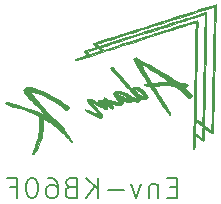
<source format=gbo>
G04 #@! TF.GenerationSoftware,KiCad,Pcbnew,(5.1.9)-1*
G04 #@! TF.CreationDate,2021-05-31T01:11:18+01:00*
G04 #@! TF.ProjectId,Env-KB60F,456e762d-4b42-4363-9046-2e6b69636164,rev?*
G04 #@! TF.SameCoordinates,Original*
G04 #@! TF.FileFunction,Legend,Bot*
G04 #@! TF.FilePolarity,Positive*
%FSLAX46Y46*%
G04 Gerber Fmt 4.6, Leading zero omitted, Abs format (unit mm)*
G04 Created by KiCad (PCBNEW (5.1.9)-1) date 2021-05-31 01:11:18*
%MOMM*%
%LPD*%
G01*
G04 APERTURE LIST*
%ADD10C,0.150000*%
%ADD11C,0.010000*%
%ADD12C,2.302000*%
G04 APERTURE END LIST*
D10*
X92983333Y-56375000D02*
X92400000Y-56375000D01*
X92150000Y-57291666D02*
X92983333Y-57291666D01*
X92983333Y-55541666D01*
X92150000Y-55541666D01*
X91400000Y-56125000D02*
X91400000Y-57291666D01*
X91400000Y-56291666D02*
X91316666Y-56208333D01*
X91150000Y-56125000D01*
X90900000Y-56125000D01*
X90733333Y-56208333D01*
X90650000Y-56375000D01*
X90650000Y-57291666D01*
X89983333Y-56125000D02*
X89566666Y-57291666D01*
X89150000Y-56125000D01*
X88483333Y-56625000D02*
X87150000Y-56625000D01*
X86316666Y-57291666D02*
X86316666Y-55541666D01*
X85316666Y-57291666D02*
X86066666Y-56291666D01*
X85316666Y-55541666D02*
X86316666Y-56541666D01*
X83983333Y-56375000D02*
X83733333Y-56458333D01*
X83650000Y-56541666D01*
X83566666Y-56708333D01*
X83566666Y-56958333D01*
X83650000Y-57125000D01*
X83733333Y-57208333D01*
X83900000Y-57291666D01*
X84566666Y-57291666D01*
X84566666Y-55541666D01*
X83983333Y-55541666D01*
X83816666Y-55625000D01*
X83733333Y-55708333D01*
X83650000Y-55875000D01*
X83650000Y-56041666D01*
X83733333Y-56208333D01*
X83816666Y-56291666D01*
X83983333Y-56375000D01*
X84566666Y-56375000D01*
X82066666Y-55541666D02*
X82400000Y-55541666D01*
X82566666Y-55625000D01*
X82650000Y-55708333D01*
X82816666Y-55958333D01*
X82900000Y-56291666D01*
X82900000Y-56958333D01*
X82816666Y-57125000D01*
X82733333Y-57208333D01*
X82566666Y-57291666D01*
X82233333Y-57291666D01*
X82066666Y-57208333D01*
X81983333Y-57125000D01*
X81900000Y-56958333D01*
X81900000Y-56541666D01*
X81983333Y-56375000D01*
X82066666Y-56291666D01*
X82233333Y-56208333D01*
X82566666Y-56208333D01*
X82733333Y-56291666D01*
X82816666Y-56375000D01*
X82900000Y-56541666D01*
X80816666Y-55541666D02*
X80650000Y-55541666D01*
X80483333Y-55625000D01*
X80400000Y-55708333D01*
X80316666Y-55875000D01*
X80233333Y-56208333D01*
X80233333Y-56625000D01*
X80316666Y-56958333D01*
X80400000Y-57125000D01*
X80483333Y-57208333D01*
X80650000Y-57291666D01*
X80816666Y-57291666D01*
X80983333Y-57208333D01*
X81066666Y-57125000D01*
X81150000Y-56958333D01*
X81233333Y-56625000D01*
X81233333Y-56208333D01*
X81150000Y-55875000D01*
X81066666Y-55708333D01*
X80983333Y-55625000D01*
X80816666Y-55541666D01*
X78900000Y-56375000D02*
X79483333Y-56375000D01*
X79483333Y-57291666D02*
X79483333Y-55541666D01*
X78650000Y-55541666D01*
D11*
G36*
X80224104Y-47878030D02*
G01*
X80154587Y-47916519D01*
X80109655Y-47952458D01*
X80036259Y-48028128D01*
X79995683Y-48096987D01*
X79992857Y-48112959D01*
X80011344Y-48212971D01*
X80069259Y-48334090D01*
X80170280Y-48481204D01*
X80318088Y-48659201D01*
X80516362Y-48872970D01*
X80720376Y-49079565D01*
X80932594Y-49293267D01*
X81129493Y-49497605D01*
X81305465Y-49686248D01*
X81454904Y-49852866D01*
X81572200Y-49991128D01*
X81651747Y-50094702D01*
X81687937Y-50157258D01*
X81687641Y-50171598D01*
X81647186Y-50168588D01*
X81558817Y-50142883D01*
X81441473Y-50100012D01*
X81438710Y-50098918D01*
X81256777Y-50028462D01*
X81033198Y-49944532D01*
X80780923Y-49851739D01*
X80512904Y-49754692D01*
X80242091Y-49657999D01*
X79981437Y-49566270D01*
X79743891Y-49484115D01*
X79542405Y-49416143D01*
X79389931Y-49366962D01*
X79339714Y-49351889D01*
X79177157Y-49305107D01*
X78988973Y-49250953D01*
X78836920Y-49207199D01*
X78688153Y-49168192D01*
X78592474Y-49153794D01*
X78535292Y-49162403D01*
X78519420Y-49172352D01*
X78471924Y-49238631D01*
X78493976Y-49294565D01*
X78582627Y-49333075D01*
X78586785Y-49333995D01*
X78678067Y-49359826D01*
X78809836Y-49404417D01*
X78955548Y-49458722D01*
X78973970Y-49465960D01*
X79152907Y-49529206D01*
X79354075Y-49589136D01*
X79518256Y-49629264D01*
X79745008Y-49686664D01*
X80013363Y-49771366D01*
X80301576Y-49875261D01*
X80587903Y-49990244D01*
X80850598Y-50108206D01*
X80988695Y-50177499D01*
X81313247Y-50349021D01*
X81303763Y-51074439D01*
X81296149Y-51410778D01*
X81280788Y-51692329D01*
X81254405Y-51936738D01*
X81213723Y-52161652D01*
X81155467Y-52384716D01*
X81076361Y-52623576D01*
X80973128Y-52895879D01*
X80959008Y-52931529D01*
X80887703Y-53113526D01*
X80826066Y-53275731D01*
X80779237Y-53404245D01*
X80752354Y-53485169D01*
X80748263Y-53501522D01*
X80753152Y-53568037D01*
X80794144Y-53578937D01*
X80862931Y-53536003D01*
X80934472Y-53461610D01*
X81028162Y-53327614D01*
X81133145Y-53141180D01*
X81240920Y-52919694D01*
X81342990Y-52680539D01*
X81425278Y-52457702D01*
X81535053Y-52097981D01*
X81607615Y-51767640D01*
X81647986Y-51437041D01*
X81661186Y-51076548D01*
X81661214Y-51065072D01*
X81662289Y-50869764D01*
X81665819Y-50735673D01*
X81673386Y-50651447D01*
X81686573Y-50605738D01*
X81706963Y-50587194D01*
X81728260Y-50584286D01*
X81780983Y-50602899D01*
X81882152Y-50654173D01*
X82019338Y-50731264D01*
X82180111Y-50827324D01*
X82263474Y-50879080D01*
X82411515Y-50973569D01*
X82538018Y-51058959D01*
X82653280Y-51144099D01*
X82767598Y-51237840D01*
X82891270Y-51349032D01*
X83034590Y-51486524D01*
X83207857Y-51659165D01*
X83411685Y-51865942D01*
X83642093Y-52098490D01*
X83825780Y-52278764D01*
X83964679Y-52408342D01*
X84060721Y-52488797D01*
X84115838Y-52521707D01*
X84131960Y-52508646D01*
X84111021Y-52451191D01*
X84097907Y-52425731D01*
X84060737Y-52367610D01*
X83989116Y-52264785D01*
X83892414Y-52130400D01*
X83780000Y-51977602D01*
X83745926Y-51931893D01*
X83601946Y-51732686D01*
X83507191Y-51585933D01*
X83461326Y-51491081D01*
X83457801Y-51456219D01*
X83467074Y-51393952D01*
X83447504Y-51332383D01*
X83390983Y-51260945D01*
X83289403Y-51169070D01*
X83155739Y-51062485D01*
X83055175Y-50977616D01*
X82914103Y-50848876D01*
X82741606Y-50685381D01*
X82546765Y-50496246D01*
X82338662Y-50290586D01*
X82126380Y-50077516D01*
X81918998Y-49866151D01*
X81725601Y-49665607D01*
X81555269Y-49484998D01*
X81417084Y-49333441D01*
X81320477Y-49220483D01*
X81219972Y-49097016D01*
X81098485Y-48949970D01*
X80982145Y-48810970D01*
X80981065Y-48809691D01*
X80878778Y-48681346D01*
X80786273Y-48552768D01*
X80721832Y-48449532D01*
X80716891Y-48440135D01*
X80673964Y-48350635D01*
X80664708Y-48304304D01*
X80687945Y-48280655D01*
X80707254Y-48272503D01*
X80769206Y-48273275D01*
X80882509Y-48296778D01*
X81030953Y-48339245D01*
X81116571Y-48367546D01*
X81437931Y-48494688D01*
X81795241Y-48664443D01*
X82173065Y-48868176D01*
X82555971Y-49097252D01*
X82928522Y-49343037D01*
X83167857Y-49515151D01*
X83341139Y-49643141D01*
X83467996Y-49731420D01*
X83559326Y-49784783D01*
X83626025Y-49808028D01*
X83678990Y-49805949D01*
X83729117Y-49783343D01*
X83748892Y-49770890D01*
X83817278Y-49721200D01*
X83857750Y-49674269D01*
X83865636Y-49624505D01*
X83836267Y-49566318D01*
X83764972Y-49494117D01*
X83647081Y-49402310D01*
X83477921Y-49285307D01*
X83252824Y-49137515D01*
X83180975Y-49091042D01*
X82781990Y-48845266D01*
X82376605Y-48617716D01*
X81974286Y-48412571D01*
X81584498Y-48234008D01*
X81216706Y-48086205D01*
X80880375Y-47973341D01*
X80584969Y-47899593D01*
X80427155Y-47875413D01*
X80304935Y-47866760D01*
X80224104Y-47878030D01*
G37*
X80224104Y-47878030D02*
X80154587Y-47916519D01*
X80109655Y-47952458D01*
X80036259Y-48028128D01*
X79995683Y-48096987D01*
X79992857Y-48112959D01*
X80011344Y-48212971D01*
X80069259Y-48334090D01*
X80170280Y-48481204D01*
X80318088Y-48659201D01*
X80516362Y-48872970D01*
X80720376Y-49079565D01*
X80932594Y-49293267D01*
X81129493Y-49497605D01*
X81305465Y-49686248D01*
X81454904Y-49852866D01*
X81572200Y-49991128D01*
X81651747Y-50094702D01*
X81687937Y-50157258D01*
X81687641Y-50171598D01*
X81647186Y-50168588D01*
X81558817Y-50142883D01*
X81441473Y-50100012D01*
X81438710Y-50098918D01*
X81256777Y-50028462D01*
X81033198Y-49944532D01*
X80780923Y-49851739D01*
X80512904Y-49754692D01*
X80242091Y-49657999D01*
X79981437Y-49566270D01*
X79743891Y-49484115D01*
X79542405Y-49416143D01*
X79389931Y-49366962D01*
X79339714Y-49351889D01*
X79177157Y-49305107D01*
X78988973Y-49250953D01*
X78836920Y-49207199D01*
X78688153Y-49168192D01*
X78592474Y-49153794D01*
X78535292Y-49162403D01*
X78519420Y-49172352D01*
X78471924Y-49238631D01*
X78493976Y-49294565D01*
X78582627Y-49333075D01*
X78586785Y-49333995D01*
X78678067Y-49359826D01*
X78809836Y-49404417D01*
X78955548Y-49458722D01*
X78973970Y-49465960D01*
X79152907Y-49529206D01*
X79354075Y-49589136D01*
X79518256Y-49629264D01*
X79745008Y-49686664D01*
X80013363Y-49771366D01*
X80301576Y-49875261D01*
X80587903Y-49990244D01*
X80850598Y-50108206D01*
X80988695Y-50177499D01*
X81313247Y-50349021D01*
X81303763Y-51074439D01*
X81296149Y-51410778D01*
X81280788Y-51692329D01*
X81254405Y-51936738D01*
X81213723Y-52161652D01*
X81155467Y-52384716D01*
X81076361Y-52623576D01*
X80973128Y-52895879D01*
X80959008Y-52931529D01*
X80887703Y-53113526D01*
X80826066Y-53275731D01*
X80779237Y-53404245D01*
X80752354Y-53485169D01*
X80748263Y-53501522D01*
X80753152Y-53568037D01*
X80794144Y-53578937D01*
X80862931Y-53536003D01*
X80934472Y-53461610D01*
X81028162Y-53327614D01*
X81133145Y-53141180D01*
X81240920Y-52919694D01*
X81342990Y-52680539D01*
X81425278Y-52457702D01*
X81535053Y-52097981D01*
X81607615Y-51767640D01*
X81647986Y-51437041D01*
X81661186Y-51076548D01*
X81661214Y-51065072D01*
X81662289Y-50869764D01*
X81665819Y-50735673D01*
X81673386Y-50651447D01*
X81686573Y-50605738D01*
X81706963Y-50587194D01*
X81728260Y-50584286D01*
X81780983Y-50602899D01*
X81882152Y-50654173D01*
X82019338Y-50731264D01*
X82180111Y-50827324D01*
X82263474Y-50879080D01*
X82411515Y-50973569D01*
X82538018Y-51058959D01*
X82653280Y-51144099D01*
X82767598Y-51237840D01*
X82891270Y-51349032D01*
X83034590Y-51486524D01*
X83207857Y-51659165D01*
X83411685Y-51865942D01*
X83642093Y-52098490D01*
X83825780Y-52278764D01*
X83964679Y-52408342D01*
X84060721Y-52488797D01*
X84115838Y-52521707D01*
X84131960Y-52508646D01*
X84111021Y-52451191D01*
X84097907Y-52425731D01*
X84060737Y-52367610D01*
X83989116Y-52264785D01*
X83892414Y-52130400D01*
X83780000Y-51977602D01*
X83745926Y-51931893D01*
X83601946Y-51732686D01*
X83507191Y-51585933D01*
X83461326Y-51491081D01*
X83457801Y-51456219D01*
X83467074Y-51393952D01*
X83447504Y-51332383D01*
X83390983Y-51260945D01*
X83289403Y-51169070D01*
X83155739Y-51062485D01*
X83055175Y-50977616D01*
X82914103Y-50848876D01*
X82741606Y-50685381D01*
X82546765Y-50496246D01*
X82338662Y-50290586D01*
X82126380Y-50077516D01*
X81918998Y-49866151D01*
X81725601Y-49665607D01*
X81555269Y-49484998D01*
X81417084Y-49333441D01*
X81320477Y-49220483D01*
X81219972Y-49097016D01*
X81098485Y-48949970D01*
X80982145Y-48810970D01*
X80981065Y-48809691D01*
X80878778Y-48681346D01*
X80786273Y-48552768D01*
X80721832Y-48449532D01*
X80716891Y-48440135D01*
X80673964Y-48350635D01*
X80664708Y-48304304D01*
X80687945Y-48280655D01*
X80707254Y-48272503D01*
X80769206Y-48273275D01*
X80882509Y-48296778D01*
X81030953Y-48339245D01*
X81116571Y-48367546D01*
X81437931Y-48494688D01*
X81795241Y-48664443D01*
X82173065Y-48868176D01*
X82555971Y-49097252D01*
X82928522Y-49343037D01*
X83167857Y-49515151D01*
X83341139Y-49643141D01*
X83467996Y-49731420D01*
X83559326Y-49784783D01*
X83626025Y-49808028D01*
X83678990Y-49805949D01*
X83729117Y-49783343D01*
X83748892Y-49770890D01*
X83817278Y-49721200D01*
X83857750Y-49674269D01*
X83865636Y-49624505D01*
X83836267Y-49566318D01*
X83764972Y-49494117D01*
X83647081Y-49402310D01*
X83477921Y-49285307D01*
X83252824Y-49137515D01*
X83180975Y-49091042D01*
X82781990Y-48845266D01*
X82376605Y-48617716D01*
X81974286Y-48412571D01*
X81584498Y-48234008D01*
X81216706Y-48086205D01*
X80880375Y-47973341D01*
X80584969Y-47899593D01*
X80427155Y-47875413D01*
X80304935Y-47866760D01*
X80224104Y-47878030D01*
G36*
X96268190Y-40886419D02*
G01*
X96239444Y-40891343D01*
X96195286Y-40901617D01*
X96132506Y-40918240D01*
X96047896Y-40942213D01*
X95938248Y-40974534D01*
X95800352Y-41016205D01*
X95631000Y-41068224D01*
X95426984Y-41131592D01*
X95185095Y-41207308D01*
X94902123Y-41296373D01*
X94574861Y-41399785D01*
X94200100Y-41518545D01*
X93774632Y-41653652D01*
X93295246Y-41806107D01*
X92758736Y-41976909D01*
X92161892Y-42167058D01*
X91501506Y-42377554D01*
X90969285Y-42547243D01*
X90518823Y-42690826D01*
X90055483Y-42838417D01*
X89589221Y-42986852D01*
X89129993Y-43132965D01*
X88687754Y-43273590D01*
X88272458Y-43405562D01*
X87894062Y-43525715D01*
X87562520Y-43630886D01*
X87287788Y-43717907D01*
X87231857Y-43735599D01*
X86940485Y-43828329D01*
X86669999Y-43915550D01*
X86428454Y-43994579D01*
X86223910Y-44062730D01*
X86064423Y-44117319D01*
X85958051Y-44155661D01*
X85912851Y-44175071D01*
X85912788Y-44175119D01*
X85895277Y-44206999D01*
X85921282Y-44253818D01*
X85998274Y-44327628D01*
X86017623Y-44344283D01*
X86171526Y-44475520D01*
X85685691Y-44629366D01*
X85506524Y-44686123D01*
X85350405Y-44735620D01*
X85231281Y-44773433D01*
X85163094Y-44795137D01*
X85154500Y-44797896D01*
X85110950Y-44836604D01*
X85129206Y-44898352D01*
X85205490Y-44975105D01*
X85254285Y-45010122D01*
X85339242Y-45071438D01*
X85391464Y-45118945D01*
X85399371Y-45132872D01*
X85366583Y-45152307D01*
X85276240Y-45188226D01*
X85140313Y-45236306D01*
X84970769Y-45292220D01*
X84873614Y-45322857D01*
X84662880Y-45390060D01*
X84513598Y-45442367D01*
X84417084Y-45483523D01*
X84364653Y-45517270D01*
X84347622Y-45547353D01*
X84347529Y-45549643D01*
X84371588Y-45603331D01*
X84399289Y-45613143D01*
X84444874Y-45602466D01*
X84551417Y-45572090D01*
X84710774Y-45524502D01*
X84914807Y-45462185D01*
X85155372Y-45387627D01*
X85424330Y-45303311D01*
X85696503Y-45217143D01*
X86663093Y-44909710D01*
X87099090Y-44771033D01*
X86550098Y-44771033D01*
X86526734Y-44793094D01*
X86507434Y-44801134D01*
X86407280Y-44837115D01*
X86271073Y-44882649D01*
X86116070Y-44932386D01*
X85959530Y-44980977D01*
X85818713Y-45023069D01*
X85710876Y-45053315D01*
X85653280Y-45066362D01*
X85651406Y-45066501D01*
X85587522Y-45047615D01*
X85499672Y-44997816D01*
X85477160Y-44981951D01*
X85359365Y-44895044D01*
X85844771Y-44732782D01*
X86330177Y-44570521D01*
X86454445Y-44672098D01*
X86528093Y-44735793D01*
X86550098Y-44771033D01*
X87099090Y-44771033D01*
X87562440Y-44623656D01*
X88396463Y-44358369D01*
X89167078Y-44113239D01*
X89876204Y-43887657D01*
X90525757Y-43681011D01*
X91117657Y-43492691D01*
X91653820Y-43322088D01*
X92136163Y-43168590D01*
X92566605Y-43031587D01*
X92947064Y-42910470D01*
X93279456Y-42804626D01*
X93565700Y-42713447D01*
X93807712Y-42636321D01*
X94007411Y-42572639D01*
X94166715Y-42521790D01*
X94287541Y-42483164D01*
X94371806Y-42456149D01*
X94421428Y-42440137D01*
X94431266Y-42436920D01*
X94591247Y-42384190D01*
X94566537Y-43608595D01*
X94553553Y-44247465D01*
X94539949Y-44908529D01*
X94525893Y-45583961D01*
X94511555Y-46265940D01*
X94497105Y-46946640D01*
X94482711Y-47618239D01*
X94468543Y-48272912D01*
X94454771Y-48902836D01*
X94441564Y-49500187D01*
X94429091Y-50057141D01*
X94417521Y-50565874D01*
X94407025Y-51018564D01*
X94397772Y-51407385D01*
X94396832Y-51446137D01*
X94389197Y-51781184D01*
X94383049Y-52094154D01*
X94378464Y-52377528D01*
X94375518Y-52623784D01*
X94374287Y-52825404D01*
X94374848Y-52974868D01*
X94377277Y-53064656D01*
X94380183Y-53088066D01*
X94432929Y-53122099D01*
X94450722Y-53124286D01*
X94470532Y-53107020D01*
X94486789Y-53049844D01*
X94500531Y-52944687D01*
X94512797Y-52783481D01*
X94524625Y-52558156D01*
X94525190Y-52545801D01*
X94551506Y-51967316D01*
X94861429Y-52201087D01*
X94993230Y-52297220D01*
X95107014Y-52374171D01*
X95188581Y-52422690D01*
X95220247Y-52434857D01*
X95256766Y-52399977D01*
X95273342Y-52295388D01*
X95273916Y-52280643D01*
X95277897Y-52180224D01*
X95284907Y-52029940D01*
X95293856Y-51852383D01*
X95301131Y-51715934D01*
X95323571Y-51305439D01*
X95666056Y-51562134D01*
X95801523Y-51659923D01*
X95916265Y-51735733D01*
X95998068Y-51781970D01*
X96034575Y-51791201D01*
X96038689Y-51778249D01*
X96042869Y-51746099D01*
X96047192Y-51691736D01*
X96051737Y-51612145D01*
X96056581Y-51504312D01*
X96061801Y-51365222D01*
X96067475Y-51191860D01*
X96073680Y-50981212D01*
X96080494Y-50730262D01*
X96087994Y-50435996D01*
X96096258Y-50095400D01*
X96105364Y-49705457D01*
X96115388Y-49263155D01*
X96126408Y-48765477D01*
X96138502Y-48209409D01*
X96151748Y-47591937D01*
X96166222Y-46910046D01*
X96182003Y-46160720D01*
X96193856Y-45595000D01*
X96203752Y-45131864D01*
X96214135Y-44664117D01*
X96224780Y-44200926D01*
X96235459Y-43751460D01*
X96245945Y-43324889D01*
X96256011Y-42930379D01*
X96265430Y-42577101D01*
X96273975Y-42274222D01*
X96281419Y-42030911D01*
X96284142Y-41949276D01*
X96292388Y-41682318D01*
X96297424Y-41466327D01*
X96135041Y-41466327D01*
X96132369Y-41705705D01*
X96126094Y-42011845D01*
X96124789Y-42066215D01*
X96120264Y-42255868D01*
X96114345Y-42510568D01*
X96107199Y-42822804D01*
X96098995Y-43185068D01*
X96089899Y-43589850D01*
X96080081Y-44029642D01*
X96069708Y-44496934D01*
X96058948Y-44984218D01*
X96047969Y-45483985D01*
X96036938Y-45988725D01*
X96030898Y-46266286D01*
X96019888Y-46772165D01*
X96008834Y-47278373D01*
X95997905Y-47777261D01*
X95987272Y-48261183D01*
X95977102Y-48722492D01*
X95967564Y-49153539D01*
X95958829Y-49546679D01*
X95951064Y-49894263D01*
X95944439Y-50188644D01*
X95939123Y-50422175D01*
X95936892Y-50518752D01*
X95912657Y-51559932D01*
X95618114Y-51338148D01*
X95494261Y-51244983D01*
X95411667Y-51183000D01*
X95168570Y-51183000D01*
X95146472Y-51527715D01*
X95136506Y-51699481D01*
X95128829Y-51862753D01*
X95124628Y-51990939D01*
X95124187Y-52026643D01*
X95119727Y-52120866D01*
X95108733Y-52175419D01*
X95103281Y-52180857D01*
X95067345Y-52160124D01*
X94988032Y-52104481D01*
X94879101Y-52023764D01*
X94812995Y-51973357D01*
X94543428Y-51765857D01*
X94546607Y-51438143D01*
X94550865Y-51265534D01*
X94559359Y-51097399D01*
X94570470Y-50963613D01*
X94573821Y-50936432D01*
X94597857Y-50762435D01*
X94883213Y-50972717D01*
X95168570Y-51183000D01*
X95411667Y-51183000D01*
X95394345Y-51170001D01*
X95330999Y-51122670D01*
X95315205Y-51111078D01*
X95314487Y-51074453D01*
X95315391Y-50969074D01*
X95317837Y-50798741D01*
X95321746Y-50567252D01*
X95327040Y-50278406D01*
X95333638Y-49936000D01*
X95341461Y-49543834D01*
X95350431Y-49105705D01*
X95360468Y-48625413D01*
X95371492Y-48106756D01*
X95383425Y-47553533D01*
X95396187Y-46969541D01*
X95409698Y-46358579D01*
X95423880Y-45724446D01*
X95438654Y-45070941D01*
X95453939Y-44401861D01*
X95467431Y-43817025D01*
X95476205Y-43419495D01*
X95483657Y-43043518D01*
X95489718Y-42695359D01*
X95494319Y-42381284D01*
X95497391Y-42107560D01*
X95498867Y-41880454D01*
X95498676Y-41706231D01*
X95498568Y-41699750D01*
X95376612Y-41699750D01*
X95359270Y-41960089D01*
X95355240Y-42046368D01*
X95350116Y-42197326D01*
X95344095Y-42405083D01*
X95337371Y-42661760D01*
X95330141Y-42959476D01*
X95322599Y-43290351D01*
X95314943Y-43646505D01*
X95307366Y-44020057D01*
X95304611Y-44161715D01*
X95296210Y-44590028D01*
X95286988Y-45044925D01*
X95277259Y-45511845D01*
X95267336Y-45976230D01*
X95257534Y-46423518D01*
X95248168Y-46839151D01*
X95239550Y-47208567D01*
X95233341Y-47463715D01*
X95224219Y-47833326D01*
X95214500Y-48234222D01*
X95204633Y-48647381D01*
X95195069Y-49053781D01*
X95186256Y-49434400D01*
X95178645Y-49770215D01*
X95175679Y-49904010D01*
X95151970Y-50983592D01*
X95001913Y-50871852D01*
X94880065Y-50781927D01*
X94754332Y-50690331D01*
X94716560Y-50663127D01*
X94641078Y-50604601D01*
X94600552Y-50550634D01*
X94584029Y-50475884D01*
X94580554Y-50355008D01*
X94580530Y-50348429D01*
X94581163Y-50257885D01*
X94583344Y-50101143D01*
X94586937Y-49884559D01*
X94591803Y-49614486D01*
X94597807Y-49297280D01*
X94604811Y-48939296D01*
X94612679Y-48546886D01*
X94621274Y-48126407D01*
X94630458Y-47684213D01*
X94640095Y-47226658D01*
X94650048Y-46760097D01*
X94660180Y-46290885D01*
X94670355Y-45825375D01*
X94680434Y-45369924D01*
X94690283Y-44930885D01*
X94699762Y-44514612D01*
X94708737Y-44127461D01*
X94717069Y-43775786D01*
X94724622Y-43465942D01*
X94731259Y-43204283D01*
X94736844Y-42997164D01*
X94741238Y-42850939D01*
X94743233Y-42795426D01*
X94750668Y-42547639D01*
X94750145Y-42368586D01*
X94741695Y-42259458D01*
X94728034Y-42222393D01*
X94687371Y-42228771D01*
X94584049Y-42255521D01*
X94424472Y-42300719D01*
X94215041Y-42362441D01*
X93962161Y-42438761D01*
X93672233Y-42527757D01*
X93351661Y-42627502D01*
X93006847Y-42736072D01*
X92793627Y-42803809D01*
X92396669Y-42930302D01*
X91987414Y-43060664D01*
X91577350Y-43191240D01*
X91177968Y-43318372D01*
X90800757Y-43438404D01*
X90457207Y-43547679D01*
X90158807Y-43642541D01*
X89917047Y-43719332D01*
X89898857Y-43725106D01*
X89580015Y-43826349D01*
X89215167Y-43942281D01*
X88827450Y-44065542D01*
X88440000Y-44188778D01*
X88075954Y-44304631D01*
X87843038Y-44378796D01*
X86785077Y-44715778D01*
X86672824Y-44635847D01*
X86600226Y-44577527D01*
X86562207Y-44534054D01*
X86560571Y-44528170D01*
X86592762Y-44505672D01*
X86678726Y-44469348D01*
X86802547Y-44425626D01*
X86859928Y-44407251D01*
X86974750Y-44371313D01*
X87134673Y-44320928D01*
X87341728Y-44255449D01*
X87597945Y-44174230D01*
X87905357Y-44076625D01*
X88265994Y-43961989D01*
X88681888Y-43829674D01*
X89155068Y-43679035D01*
X89687567Y-43509425D01*
X90281415Y-43320199D01*
X90938644Y-43110711D01*
X91661284Y-42880313D01*
X92311857Y-42672853D01*
X92753193Y-42532131D01*
X93176135Y-42397323D01*
X93575365Y-42270121D01*
X93945564Y-42152219D01*
X94281411Y-42045308D01*
X94577588Y-41951082D01*
X94828776Y-41871232D01*
X95029655Y-41807451D01*
X95174907Y-41761432D01*
X95259213Y-41734868D01*
X95277520Y-41729208D01*
X95376612Y-41699750D01*
X95498568Y-41699750D01*
X95496751Y-41591158D01*
X95493023Y-41541501D01*
X95492364Y-41540136D01*
X95447397Y-41537834D01*
X95352611Y-41556158D01*
X95226520Y-41591294D01*
X95194797Y-41601432D01*
X95094993Y-41633766D01*
X94936438Y-41684720D01*
X94729552Y-41750964D01*
X94484755Y-41829167D01*
X94212470Y-41915999D01*
X93923116Y-42008130D01*
X93727000Y-42070494D01*
X93417166Y-42168981D01*
X93054301Y-42284351D01*
X92654529Y-42411476D01*
X92233973Y-42545228D01*
X91808756Y-42680480D01*
X91395000Y-42812103D01*
X91008828Y-42934971D01*
X90969285Y-42947554D01*
X90566728Y-43075633D01*
X90117412Y-43218560D01*
X89640955Y-43370096D01*
X89156973Y-43524002D01*
X88685082Y-43674042D01*
X88244901Y-43813976D01*
X87888883Y-43927131D01*
X86368767Y-44410217D01*
X86264849Y-44333386D01*
X86203722Y-44277601D01*
X86185403Y-44237910D01*
X86188393Y-44233433D01*
X86228631Y-44217177D01*
X86329518Y-44182147D01*
X86482425Y-44131172D01*
X86678721Y-44067084D01*
X86909774Y-43992716D01*
X87166956Y-43910899D01*
X87286285Y-43873232D01*
X87593080Y-43776461D01*
X87914249Y-43674869D01*
X88233093Y-43573760D01*
X88532909Y-43478436D01*
X88796997Y-43394200D01*
X89008655Y-43326355D01*
X89009857Y-43325968D01*
X89213050Y-43260747D01*
X89470168Y-43178478D01*
X89765950Y-43084029D01*
X90085137Y-42982268D01*
X90412468Y-42878063D01*
X90732686Y-42776280D01*
X90824143Y-42747244D01*
X91152086Y-42643077D01*
X91503075Y-42531449D01*
X91859271Y-42418044D01*
X92202840Y-42308542D01*
X92515945Y-42208626D01*
X92780750Y-42123979D01*
X92819857Y-42111460D01*
X93412417Y-41921914D01*
X93950756Y-41750131D01*
X94433227Y-41596629D01*
X94858186Y-41461925D01*
X95223988Y-41346537D01*
X95528988Y-41250981D01*
X95771541Y-41175775D01*
X95950001Y-41121436D01*
X96062724Y-41088482D01*
X96108029Y-41077429D01*
X96120605Y-41099260D01*
X96129243Y-41168054D01*
X96134027Y-41288759D01*
X96135041Y-41466327D01*
X96297424Y-41466327D01*
X96298061Y-41439046D01*
X96301089Y-41228879D01*
X96301400Y-41061235D01*
X96298920Y-40945533D01*
X96293578Y-40891190D01*
X96292278Y-40888621D01*
X96284732Y-40885845D01*
X96268190Y-40886419D01*
G37*
X96268190Y-40886419D02*
X96239444Y-40891343D01*
X96195286Y-40901617D01*
X96132506Y-40918240D01*
X96047896Y-40942213D01*
X95938248Y-40974534D01*
X95800352Y-41016205D01*
X95631000Y-41068224D01*
X95426984Y-41131592D01*
X95185095Y-41207308D01*
X94902123Y-41296373D01*
X94574861Y-41399785D01*
X94200100Y-41518545D01*
X93774632Y-41653652D01*
X93295246Y-41806107D01*
X92758736Y-41976909D01*
X92161892Y-42167058D01*
X91501506Y-42377554D01*
X90969285Y-42547243D01*
X90518823Y-42690826D01*
X90055483Y-42838417D01*
X89589221Y-42986852D01*
X89129993Y-43132965D01*
X88687754Y-43273590D01*
X88272458Y-43405562D01*
X87894062Y-43525715D01*
X87562520Y-43630886D01*
X87287788Y-43717907D01*
X87231857Y-43735599D01*
X86940485Y-43828329D01*
X86669999Y-43915550D01*
X86428454Y-43994579D01*
X86223910Y-44062730D01*
X86064423Y-44117319D01*
X85958051Y-44155661D01*
X85912851Y-44175071D01*
X85912788Y-44175119D01*
X85895277Y-44206999D01*
X85921282Y-44253818D01*
X85998274Y-44327628D01*
X86017623Y-44344283D01*
X86171526Y-44475520D01*
X85685691Y-44629366D01*
X85506524Y-44686123D01*
X85350405Y-44735620D01*
X85231281Y-44773433D01*
X85163094Y-44795137D01*
X85154500Y-44797896D01*
X85110950Y-44836604D01*
X85129206Y-44898352D01*
X85205490Y-44975105D01*
X85254285Y-45010122D01*
X85339242Y-45071438D01*
X85391464Y-45118945D01*
X85399371Y-45132872D01*
X85366583Y-45152307D01*
X85276240Y-45188226D01*
X85140313Y-45236306D01*
X84970769Y-45292220D01*
X84873614Y-45322857D01*
X84662880Y-45390060D01*
X84513598Y-45442367D01*
X84417084Y-45483523D01*
X84364653Y-45517270D01*
X84347622Y-45547353D01*
X84347529Y-45549643D01*
X84371588Y-45603331D01*
X84399289Y-45613143D01*
X84444874Y-45602466D01*
X84551417Y-45572090D01*
X84710774Y-45524502D01*
X84914807Y-45462185D01*
X85155372Y-45387627D01*
X85424330Y-45303311D01*
X85696503Y-45217143D01*
X86663093Y-44909710D01*
X87099090Y-44771033D01*
X86550098Y-44771033D01*
X86526734Y-44793094D01*
X86507434Y-44801134D01*
X86407280Y-44837115D01*
X86271073Y-44882649D01*
X86116070Y-44932386D01*
X85959530Y-44980977D01*
X85818713Y-45023069D01*
X85710876Y-45053315D01*
X85653280Y-45066362D01*
X85651406Y-45066501D01*
X85587522Y-45047615D01*
X85499672Y-44997816D01*
X85477160Y-44981951D01*
X85359365Y-44895044D01*
X85844771Y-44732782D01*
X86330177Y-44570521D01*
X86454445Y-44672098D01*
X86528093Y-44735793D01*
X86550098Y-44771033D01*
X87099090Y-44771033D01*
X87562440Y-44623656D01*
X88396463Y-44358369D01*
X89167078Y-44113239D01*
X89876204Y-43887657D01*
X90525757Y-43681011D01*
X91117657Y-43492691D01*
X91653820Y-43322088D01*
X92136163Y-43168590D01*
X92566605Y-43031587D01*
X92947064Y-42910470D01*
X93279456Y-42804626D01*
X93565700Y-42713447D01*
X93807712Y-42636321D01*
X94007411Y-42572639D01*
X94166715Y-42521790D01*
X94287541Y-42483164D01*
X94371806Y-42456149D01*
X94421428Y-42440137D01*
X94431266Y-42436920D01*
X94591247Y-42384190D01*
X94566537Y-43608595D01*
X94553553Y-44247465D01*
X94539949Y-44908529D01*
X94525893Y-45583961D01*
X94511555Y-46265940D01*
X94497105Y-46946640D01*
X94482711Y-47618239D01*
X94468543Y-48272912D01*
X94454771Y-48902836D01*
X94441564Y-49500187D01*
X94429091Y-50057141D01*
X94417521Y-50565874D01*
X94407025Y-51018564D01*
X94397772Y-51407385D01*
X94396832Y-51446137D01*
X94389197Y-51781184D01*
X94383049Y-52094154D01*
X94378464Y-52377528D01*
X94375518Y-52623784D01*
X94374287Y-52825404D01*
X94374848Y-52974868D01*
X94377277Y-53064656D01*
X94380183Y-53088066D01*
X94432929Y-53122099D01*
X94450722Y-53124286D01*
X94470532Y-53107020D01*
X94486789Y-53049844D01*
X94500531Y-52944687D01*
X94512797Y-52783481D01*
X94524625Y-52558156D01*
X94525190Y-52545801D01*
X94551506Y-51967316D01*
X94861429Y-52201087D01*
X94993230Y-52297220D01*
X95107014Y-52374171D01*
X95188581Y-52422690D01*
X95220247Y-52434857D01*
X95256766Y-52399977D01*
X95273342Y-52295388D01*
X95273916Y-52280643D01*
X95277897Y-52180224D01*
X95284907Y-52029940D01*
X95293856Y-51852383D01*
X95301131Y-51715934D01*
X95323571Y-51305439D01*
X95666056Y-51562134D01*
X95801523Y-51659923D01*
X95916265Y-51735733D01*
X95998068Y-51781970D01*
X96034575Y-51791201D01*
X96038689Y-51778249D01*
X96042869Y-51746099D01*
X96047192Y-51691736D01*
X96051737Y-51612145D01*
X96056581Y-51504312D01*
X96061801Y-51365222D01*
X96067475Y-51191860D01*
X96073680Y-50981212D01*
X96080494Y-50730262D01*
X96087994Y-50435996D01*
X96096258Y-50095400D01*
X96105364Y-49705457D01*
X96115388Y-49263155D01*
X96126408Y-48765477D01*
X96138502Y-48209409D01*
X96151748Y-47591937D01*
X96166222Y-46910046D01*
X96182003Y-46160720D01*
X96193856Y-45595000D01*
X96203752Y-45131864D01*
X96214135Y-44664117D01*
X96224780Y-44200926D01*
X96235459Y-43751460D01*
X96245945Y-43324889D01*
X96256011Y-42930379D01*
X96265430Y-42577101D01*
X96273975Y-42274222D01*
X96281419Y-42030911D01*
X96284142Y-41949276D01*
X96292388Y-41682318D01*
X96297424Y-41466327D01*
X96135041Y-41466327D01*
X96132369Y-41705705D01*
X96126094Y-42011845D01*
X96124789Y-42066215D01*
X96120264Y-42255868D01*
X96114345Y-42510568D01*
X96107199Y-42822804D01*
X96098995Y-43185068D01*
X96089899Y-43589850D01*
X96080081Y-44029642D01*
X96069708Y-44496934D01*
X96058948Y-44984218D01*
X96047969Y-45483985D01*
X96036938Y-45988725D01*
X96030898Y-46266286D01*
X96019888Y-46772165D01*
X96008834Y-47278373D01*
X95997905Y-47777261D01*
X95987272Y-48261183D01*
X95977102Y-48722492D01*
X95967564Y-49153539D01*
X95958829Y-49546679D01*
X95951064Y-49894263D01*
X95944439Y-50188644D01*
X95939123Y-50422175D01*
X95936892Y-50518752D01*
X95912657Y-51559932D01*
X95618114Y-51338148D01*
X95494261Y-51244983D01*
X95411667Y-51183000D01*
X95168570Y-51183000D01*
X95146472Y-51527715D01*
X95136506Y-51699481D01*
X95128829Y-51862753D01*
X95124628Y-51990939D01*
X95124187Y-52026643D01*
X95119727Y-52120866D01*
X95108733Y-52175419D01*
X95103281Y-52180857D01*
X95067345Y-52160124D01*
X94988032Y-52104481D01*
X94879101Y-52023764D01*
X94812995Y-51973357D01*
X94543428Y-51765857D01*
X94546607Y-51438143D01*
X94550865Y-51265534D01*
X94559359Y-51097399D01*
X94570470Y-50963613D01*
X94573821Y-50936432D01*
X94597857Y-50762435D01*
X94883213Y-50972717D01*
X95168570Y-51183000D01*
X95411667Y-51183000D01*
X95394345Y-51170001D01*
X95330999Y-51122670D01*
X95315205Y-51111078D01*
X95314487Y-51074453D01*
X95315391Y-50969074D01*
X95317837Y-50798741D01*
X95321746Y-50567252D01*
X95327040Y-50278406D01*
X95333638Y-49936000D01*
X95341461Y-49543834D01*
X95350431Y-49105705D01*
X95360468Y-48625413D01*
X95371492Y-48106756D01*
X95383425Y-47553533D01*
X95396187Y-46969541D01*
X95409698Y-46358579D01*
X95423880Y-45724446D01*
X95438654Y-45070941D01*
X95453939Y-44401861D01*
X95467431Y-43817025D01*
X95476205Y-43419495D01*
X95483657Y-43043518D01*
X95489718Y-42695359D01*
X95494319Y-42381284D01*
X95497391Y-42107560D01*
X95498867Y-41880454D01*
X95498676Y-41706231D01*
X95498568Y-41699750D01*
X95376612Y-41699750D01*
X95359270Y-41960089D01*
X95355240Y-42046368D01*
X95350116Y-42197326D01*
X95344095Y-42405083D01*
X95337371Y-42661760D01*
X95330141Y-42959476D01*
X95322599Y-43290351D01*
X95314943Y-43646505D01*
X95307366Y-44020057D01*
X95304611Y-44161715D01*
X95296210Y-44590028D01*
X95286988Y-45044925D01*
X95277259Y-45511845D01*
X95267336Y-45976230D01*
X95257534Y-46423518D01*
X95248168Y-46839151D01*
X95239550Y-47208567D01*
X95233341Y-47463715D01*
X95224219Y-47833326D01*
X95214500Y-48234222D01*
X95204633Y-48647381D01*
X95195069Y-49053781D01*
X95186256Y-49434400D01*
X95178645Y-49770215D01*
X95175679Y-49904010D01*
X95151970Y-50983592D01*
X95001913Y-50871852D01*
X94880065Y-50781927D01*
X94754332Y-50690331D01*
X94716560Y-50663127D01*
X94641078Y-50604601D01*
X94600552Y-50550634D01*
X94584029Y-50475884D01*
X94580554Y-50355008D01*
X94580530Y-50348429D01*
X94581163Y-50257885D01*
X94583344Y-50101143D01*
X94586937Y-49884559D01*
X94591803Y-49614486D01*
X94597807Y-49297280D01*
X94604811Y-48939296D01*
X94612679Y-48546886D01*
X94621274Y-48126407D01*
X94630458Y-47684213D01*
X94640095Y-47226658D01*
X94650048Y-46760097D01*
X94660180Y-46290885D01*
X94670355Y-45825375D01*
X94680434Y-45369924D01*
X94690283Y-44930885D01*
X94699762Y-44514612D01*
X94708737Y-44127461D01*
X94717069Y-43775786D01*
X94724622Y-43465942D01*
X94731259Y-43204283D01*
X94736844Y-42997164D01*
X94741238Y-42850939D01*
X94743233Y-42795426D01*
X94750668Y-42547639D01*
X94750145Y-42368586D01*
X94741695Y-42259458D01*
X94728034Y-42222393D01*
X94687371Y-42228771D01*
X94584049Y-42255521D01*
X94424472Y-42300719D01*
X94215041Y-42362441D01*
X93962161Y-42438761D01*
X93672233Y-42527757D01*
X93351661Y-42627502D01*
X93006847Y-42736072D01*
X92793627Y-42803809D01*
X92396669Y-42930302D01*
X91987414Y-43060664D01*
X91577350Y-43191240D01*
X91177968Y-43318372D01*
X90800757Y-43438404D01*
X90457207Y-43547679D01*
X90158807Y-43642541D01*
X89917047Y-43719332D01*
X89898857Y-43725106D01*
X89580015Y-43826349D01*
X89215167Y-43942281D01*
X88827450Y-44065542D01*
X88440000Y-44188778D01*
X88075954Y-44304631D01*
X87843038Y-44378796D01*
X86785077Y-44715778D01*
X86672824Y-44635847D01*
X86600226Y-44577527D01*
X86562207Y-44534054D01*
X86560571Y-44528170D01*
X86592762Y-44505672D01*
X86678726Y-44469348D01*
X86802547Y-44425626D01*
X86859928Y-44407251D01*
X86974750Y-44371313D01*
X87134673Y-44320928D01*
X87341728Y-44255449D01*
X87597945Y-44174230D01*
X87905357Y-44076625D01*
X88265994Y-43961989D01*
X88681888Y-43829674D01*
X89155068Y-43679035D01*
X89687567Y-43509425D01*
X90281415Y-43320199D01*
X90938644Y-43110711D01*
X91661284Y-42880313D01*
X92311857Y-42672853D01*
X92753193Y-42532131D01*
X93176135Y-42397323D01*
X93575365Y-42270121D01*
X93945564Y-42152219D01*
X94281411Y-42045308D01*
X94577588Y-41951082D01*
X94828776Y-41871232D01*
X95029655Y-41807451D01*
X95174907Y-41761432D01*
X95259213Y-41734868D01*
X95277520Y-41729208D01*
X95376612Y-41699750D01*
X95498568Y-41699750D01*
X95496751Y-41591158D01*
X95493023Y-41541501D01*
X95492364Y-41540136D01*
X95447397Y-41537834D01*
X95352611Y-41556158D01*
X95226520Y-41591294D01*
X95194797Y-41601432D01*
X95094993Y-41633766D01*
X94936438Y-41684720D01*
X94729552Y-41750964D01*
X94484755Y-41829167D01*
X94212470Y-41915999D01*
X93923116Y-42008130D01*
X93727000Y-42070494D01*
X93417166Y-42168981D01*
X93054301Y-42284351D01*
X92654529Y-42411476D01*
X92233973Y-42545228D01*
X91808756Y-42680480D01*
X91395000Y-42812103D01*
X91008828Y-42934971D01*
X90969285Y-42947554D01*
X90566728Y-43075633D01*
X90117412Y-43218560D01*
X89640955Y-43370096D01*
X89156973Y-43524002D01*
X88685082Y-43674042D01*
X88244901Y-43813976D01*
X87888883Y-43927131D01*
X86368767Y-44410217D01*
X86264849Y-44333386D01*
X86203722Y-44277601D01*
X86185403Y-44237910D01*
X86188393Y-44233433D01*
X86228631Y-44217177D01*
X86329518Y-44182147D01*
X86482425Y-44131172D01*
X86678721Y-44067084D01*
X86909774Y-43992716D01*
X87166956Y-43910899D01*
X87286285Y-43873232D01*
X87593080Y-43776461D01*
X87914249Y-43674869D01*
X88233093Y-43573760D01*
X88532909Y-43478436D01*
X88796997Y-43394200D01*
X89008655Y-43326355D01*
X89009857Y-43325968D01*
X89213050Y-43260747D01*
X89470168Y-43178478D01*
X89765950Y-43084029D01*
X90085137Y-42982268D01*
X90412468Y-42878063D01*
X90732686Y-42776280D01*
X90824143Y-42747244D01*
X91152086Y-42643077D01*
X91503075Y-42531449D01*
X91859271Y-42418044D01*
X92202840Y-42308542D01*
X92515945Y-42208626D01*
X92780750Y-42123979D01*
X92819857Y-42111460D01*
X93412417Y-41921914D01*
X93950756Y-41750131D01*
X94433227Y-41596629D01*
X94858186Y-41461925D01*
X95223988Y-41346537D01*
X95528988Y-41250981D01*
X95771541Y-41175775D01*
X95950001Y-41121436D01*
X96062724Y-41088482D01*
X96108029Y-41077429D01*
X96120605Y-41099260D01*
X96129243Y-41168054D01*
X96134027Y-41288759D01*
X96135041Y-41466327D01*
X96297424Y-41466327D01*
X96298061Y-41439046D01*
X96301089Y-41228879D01*
X96301400Y-41061235D01*
X96298920Y-40945533D01*
X96293578Y-40891190D01*
X96292278Y-40888621D01*
X96284732Y-40885845D01*
X96268190Y-40886419D01*
G36*
X87495497Y-46196153D02*
G01*
X87413398Y-46218995D01*
X87369529Y-46229856D01*
X87368168Y-46230000D01*
X87359996Y-46259814D01*
X87358857Y-46287087D01*
X87382470Y-46335250D01*
X87446533Y-46422455D01*
X87540882Y-46535736D01*
X87640071Y-46645820D01*
X87765673Y-46781638D01*
X87922979Y-46953373D01*
X88095369Y-47142794D01*
X88266226Y-47331672D01*
X88338571Y-47412064D01*
X88519386Y-47612650D01*
X88724642Y-47839176D01*
X88932099Y-48067164D01*
X89119517Y-48272136D01*
X89164071Y-48320652D01*
X89299819Y-48469488D01*
X89416456Y-48599642D01*
X89505849Y-48701855D01*
X89559865Y-48766865D01*
X89572285Y-48785464D01*
X89544544Y-48805904D01*
X89538010Y-48806286D01*
X89484254Y-48790150D01*
X89379617Y-48745916D01*
X89237142Y-48679843D01*
X89069872Y-48598192D01*
X88890847Y-48507224D01*
X88713111Y-48413198D01*
X88668795Y-48389063D01*
X88404216Y-48264401D01*
X88172480Y-48200147D01*
X87967559Y-48195429D01*
X87783423Y-48249372D01*
X87765472Y-48258188D01*
X87674813Y-48313723D01*
X87626749Y-48373441D01*
X87622865Y-48447550D01*
X87664744Y-48546256D01*
X87753974Y-48679768D01*
X87850517Y-48805830D01*
X87945976Y-48933220D01*
X88016697Y-49039877D01*
X88054795Y-49113101D01*
X88057127Y-49138531D01*
X88000631Y-49151532D01*
X87881450Y-49138902D01*
X87697870Y-49100362D01*
X87487305Y-49046319D01*
X87361556Y-49014943D01*
X87257258Y-48993675D01*
X87207367Y-48987715D01*
X87140920Y-48958636D01*
X87104857Y-48915143D01*
X87035902Y-48829904D01*
X86945478Y-48769691D01*
X86859676Y-48750160D01*
X86837827Y-48754917D01*
X86790804Y-48808927D01*
X86778285Y-48885185D01*
X86771698Y-48958564D01*
X86740673Y-48976201D01*
X86696642Y-48964621D01*
X86568050Y-48941254D01*
X86447698Y-48953857D01*
X86354805Y-48996606D01*
X86308584Y-49063674D01*
X86306571Y-49082872D01*
X86296335Y-49120269D01*
X86258362Y-49127632D01*
X86181753Y-49102848D01*
X86055611Y-49043802D01*
X86024322Y-49028120D01*
X85803473Y-48926275D01*
X85633018Y-48869828D01*
X85507829Y-48857443D01*
X85441065Y-48875994D01*
X85400298Y-48899279D01*
X85373555Y-48923712D01*
X85364882Y-48955700D01*
X85378328Y-49001651D01*
X85417940Y-49067973D01*
X85487766Y-49161074D01*
X85591854Y-49287360D01*
X85734252Y-49453242D01*
X85919007Y-49665125D01*
X85992938Y-49749635D01*
X86109248Y-49885587D01*
X86203745Y-50001864D01*
X86268246Y-50087937D01*
X86294564Y-50133278D01*
X86294147Y-50137091D01*
X86280363Y-50144116D01*
X86253389Y-50142258D01*
X86203761Y-50128155D01*
X86122014Y-50098444D01*
X85998681Y-50049762D01*
X85824297Y-49978747D01*
X85671571Y-49915920D01*
X85478141Y-49837479D01*
X85342016Y-49786425D01*
X85254115Y-49760829D01*
X85205359Y-49758761D01*
X85186665Y-49778292D01*
X85188125Y-49813215D01*
X85224016Y-49853234D01*
X85313584Y-49916302D01*
X85444247Y-49995858D01*
X85603427Y-50085341D01*
X85778542Y-50178188D01*
X85957012Y-50267839D01*
X86126259Y-50347733D01*
X86273702Y-50411308D01*
X86386760Y-50452002D01*
X86433571Y-50462801D01*
X86557111Y-50463880D01*
X86624071Y-50434950D01*
X86655842Y-50367822D01*
X86669421Y-50270718D01*
X86669428Y-50268624D01*
X86662097Y-50209810D01*
X86634757Y-50146509D01*
X86579390Y-50067262D01*
X86487976Y-49960611D01*
X86352499Y-49815100D01*
X86350731Y-49813238D01*
X86160429Y-49608672D01*
X86011752Y-49440029D01*
X85907522Y-49310801D01*
X85850561Y-49224481D01*
X85843061Y-49185130D01*
X85884220Y-49190866D01*
X85974142Y-49228852D01*
X86100348Y-49292396D01*
X86250363Y-49374806D01*
X86411710Y-49469388D01*
X86571914Y-49569450D01*
X86627523Y-49605937D01*
X86791073Y-49707177D01*
X86911042Y-49761136D01*
X86997064Y-49769879D01*
X87058770Y-49735469D01*
X87083008Y-49703546D01*
X87100424Y-49646057D01*
X87079876Y-49570671D01*
X87040273Y-49494903D01*
X86994417Y-49398011D01*
X86996202Y-49353135D01*
X87043089Y-49359862D01*
X87132543Y-49417780D01*
X87262025Y-49526475D01*
X87268143Y-49532000D01*
X87380852Y-49631888D01*
X87454714Y-49688118D01*
X87503511Y-49707000D01*
X87541025Y-49694843D01*
X87569314Y-49669886D01*
X87610475Y-49583368D01*
X87584334Y-49477299D01*
X87496882Y-49361371D01*
X87432445Y-49290199D01*
X87415073Y-49253660D01*
X87449960Y-49250294D01*
X87542300Y-49278643D01*
X87649142Y-49318591D01*
X87849270Y-49377514D01*
X88034638Y-49398679D01*
X88194282Y-49384144D01*
X88317235Y-49335968D01*
X88392534Y-49256208D01*
X88411143Y-49175564D01*
X88395520Y-49082795D01*
X88365785Y-49025917D01*
X88342160Y-48992926D01*
X88375607Y-48997938D01*
X88393000Y-49004243D01*
X88627542Y-49088278D01*
X88807502Y-49141994D01*
X88943759Y-49166401D01*
X89047191Y-49162508D01*
X89128677Y-49131323D01*
X89194437Y-49078576D01*
X89260879Y-49020574D01*
X89310681Y-49011270D01*
X89365144Y-49038218D01*
X89455493Y-49078430D01*
X89570100Y-49110174D01*
X89583637Y-49112714D01*
X89673078Y-49122131D01*
X89737628Y-49103211D01*
X89806441Y-49043978D01*
X89841106Y-49006954D01*
X89913303Y-48932896D01*
X89972567Y-48896999D01*
X90047651Y-48889653D01*
X90159929Y-48900378D01*
X90279889Y-48910653D01*
X90354105Y-48902188D01*
X90408200Y-48869420D01*
X90437673Y-48840083D01*
X90448706Y-48825073D01*
X88841375Y-48825073D01*
X88839046Y-48845316D01*
X88776898Y-48832077D01*
X88653568Y-48785308D01*
X88467697Y-48704961D01*
X88400677Y-48674818D01*
X88243217Y-48600405D01*
X88104837Y-48529295D01*
X88002590Y-48470588D01*
X87958579Y-48438961D01*
X87914190Y-48392704D01*
X87922633Y-48374279D01*
X87993160Y-48370867D01*
X88007738Y-48370858D01*
X88137801Y-48394774D01*
X88304591Y-48461617D01*
X88492507Y-48564025D01*
X88672015Y-48684331D01*
X88785244Y-48771395D01*
X88841375Y-48825073D01*
X90448706Y-48825073D01*
X90493070Y-48764718D01*
X90515714Y-48702835D01*
X90498687Y-48647757D01*
X90166381Y-48647757D01*
X90120057Y-48660100D01*
X90019206Y-48631277D01*
X89866258Y-48561562D01*
X89865853Y-48561358D01*
X89715692Y-48464817D01*
X89589268Y-48345232D01*
X89500605Y-48218950D01*
X89463729Y-48102314D01*
X89463428Y-48092339D01*
X89467780Y-48035936D01*
X89494257Y-48026329D01*
X89562990Y-48057627D01*
X89569880Y-48061185D01*
X89651704Y-48115294D01*
X89762149Y-48203387D01*
X89884348Y-48310123D01*
X90001435Y-48420165D01*
X90096541Y-48518173D01*
X90152801Y-48588807D01*
X90155749Y-48593976D01*
X90166381Y-48647757D01*
X90498687Y-48647757D01*
X90491910Y-48625839D01*
X90428261Y-48514221D01*
X90336413Y-48384496D01*
X90228012Y-48253182D01*
X90120233Y-48141937D01*
X89906729Y-47968921D01*
X89709687Y-47865533D01*
X89527143Y-47831205D01*
X89357136Y-47865370D01*
X89287002Y-47901220D01*
X89238425Y-47930717D01*
X89198078Y-47947761D01*
X89157953Y-47946436D01*
X89110043Y-47920828D01*
X89046339Y-47865021D01*
X88958835Y-47773100D01*
X88839523Y-47639149D01*
X88680394Y-47457254D01*
X88670180Y-47445572D01*
X88511584Y-47264843D01*
X88337281Y-47067246D01*
X88168333Y-46876600D01*
X88025797Y-46716725D01*
X88024928Y-46715754D01*
X87903589Y-46576471D01*
X87795838Y-46445781D01*
X87713834Y-46338875D01*
X87671116Y-46273693D01*
X87625582Y-46200064D01*
X87576106Y-46179354D01*
X87495497Y-46196153D01*
G37*
X87495497Y-46196153D02*
X87413398Y-46218995D01*
X87369529Y-46229856D01*
X87368168Y-46230000D01*
X87359996Y-46259814D01*
X87358857Y-46287087D01*
X87382470Y-46335250D01*
X87446533Y-46422455D01*
X87540882Y-46535736D01*
X87640071Y-46645820D01*
X87765673Y-46781638D01*
X87922979Y-46953373D01*
X88095369Y-47142794D01*
X88266226Y-47331672D01*
X88338571Y-47412064D01*
X88519386Y-47612650D01*
X88724642Y-47839176D01*
X88932099Y-48067164D01*
X89119517Y-48272136D01*
X89164071Y-48320652D01*
X89299819Y-48469488D01*
X89416456Y-48599642D01*
X89505849Y-48701855D01*
X89559865Y-48766865D01*
X89572285Y-48785464D01*
X89544544Y-48805904D01*
X89538010Y-48806286D01*
X89484254Y-48790150D01*
X89379617Y-48745916D01*
X89237142Y-48679843D01*
X89069872Y-48598192D01*
X88890847Y-48507224D01*
X88713111Y-48413198D01*
X88668795Y-48389063D01*
X88404216Y-48264401D01*
X88172480Y-48200147D01*
X87967559Y-48195429D01*
X87783423Y-48249372D01*
X87765472Y-48258188D01*
X87674813Y-48313723D01*
X87626749Y-48373441D01*
X87622865Y-48447550D01*
X87664744Y-48546256D01*
X87753974Y-48679768D01*
X87850517Y-48805830D01*
X87945976Y-48933220D01*
X88016697Y-49039877D01*
X88054795Y-49113101D01*
X88057127Y-49138531D01*
X88000631Y-49151532D01*
X87881450Y-49138902D01*
X87697870Y-49100362D01*
X87487305Y-49046319D01*
X87361556Y-49014943D01*
X87257258Y-48993675D01*
X87207367Y-48987715D01*
X87140920Y-48958636D01*
X87104857Y-48915143D01*
X87035902Y-48829904D01*
X86945478Y-48769691D01*
X86859676Y-48750160D01*
X86837827Y-48754917D01*
X86790804Y-48808927D01*
X86778285Y-48885185D01*
X86771698Y-48958564D01*
X86740673Y-48976201D01*
X86696642Y-48964621D01*
X86568050Y-48941254D01*
X86447698Y-48953857D01*
X86354805Y-48996606D01*
X86308584Y-49063674D01*
X86306571Y-49082872D01*
X86296335Y-49120269D01*
X86258362Y-49127632D01*
X86181753Y-49102848D01*
X86055611Y-49043802D01*
X86024322Y-49028120D01*
X85803473Y-48926275D01*
X85633018Y-48869828D01*
X85507829Y-48857443D01*
X85441065Y-48875994D01*
X85400298Y-48899279D01*
X85373555Y-48923712D01*
X85364882Y-48955700D01*
X85378328Y-49001651D01*
X85417940Y-49067973D01*
X85487766Y-49161074D01*
X85591854Y-49287360D01*
X85734252Y-49453242D01*
X85919007Y-49665125D01*
X85992938Y-49749635D01*
X86109248Y-49885587D01*
X86203745Y-50001864D01*
X86268246Y-50087937D01*
X86294564Y-50133278D01*
X86294147Y-50137091D01*
X86280363Y-50144116D01*
X86253389Y-50142258D01*
X86203761Y-50128155D01*
X86122014Y-50098444D01*
X85998681Y-50049762D01*
X85824297Y-49978747D01*
X85671571Y-49915920D01*
X85478141Y-49837479D01*
X85342016Y-49786425D01*
X85254115Y-49760829D01*
X85205359Y-49758761D01*
X85186665Y-49778292D01*
X85188125Y-49813215D01*
X85224016Y-49853234D01*
X85313584Y-49916302D01*
X85444247Y-49995858D01*
X85603427Y-50085341D01*
X85778542Y-50178188D01*
X85957012Y-50267839D01*
X86126259Y-50347733D01*
X86273702Y-50411308D01*
X86386760Y-50452002D01*
X86433571Y-50462801D01*
X86557111Y-50463880D01*
X86624071Y-50434950D01*
X86655842Y-50367822D01*
X86669421Y-50270718D01*
X86669428Y-50268624D01*
X86662097Y-50209810D01*
X86634757Y-50146509D01*
X86579390Y-50067262D01*
X86487976Y-49960611D01*
X86352499Y-49815100D01*
X86350731Y-49813238D01*
X86160429Y-49608672D01*
X86011752Y-49440029D01*
X85907522Y-49310801D01*
X85850561Y-49224481D01*
X85843061Y-49185130D01*
X85884220Y-49190866D01*
X85974142Y-49228852D01*
X86100348Y-49292396D01*
X86250363Y-49374806D01*
X86411710Y-49469388D01*
X86571914Y-49569450D01*
X86627523Y-49605937D01*
X86791073Y-49707177D01*
X86911042Y-49761136D01*
X86997064Y-49769879D01*
X87058770Y-49735469D01*
X87083008Y-49703546D01*
X87100424Y-49646057D01*
X87079876Y-49570671D01*
X87040273Y-49494903D01*
X86994417Y-49398011D01*
X86996202Y-49353135D01*
X87043089Y-49359862D01*
X87132543Y-49417780D01*
X87262025Y-49526475D01*
X87268143Y-49532000D01*
X87380852Y-49631888D01*
X87454714Y-49688118D01*
X87503511Y-49707000D01*
X87541025Y-49694843D01*
X87569314Y-49669886D01*
X87610475Y-49583368D01*
X87584334Y-49477299D01*
X87496882Y-49361371D01*
X87432445Y-49290199D01*
X87415073Y-49253660D01*
X87449960Y-49250294D01*
X87542300Y-49278643D01*
X87649142Y-49318591D01*
X87849270Y-49377514D01*
X88034638Y-49398679D01*
X88194282Y-49384144D01*
X88317235Y-49335968D01*
X88392534Y-49256208D01*
X88411143Y-49175564D01*
X88395520Y-49082795D01*
X88365785Y-49025917D01*
X88342160Y-48992926D01*
X88375607Y-48997938D01*
X88393000Y-49004243D01*
X88627542Y-49088278D01*
X88807502Y-49141994D01*
X88943759Y-49166401D01*
X89047191Y-49162508D01*
X89128677Y-49131323D01*
X89194437Y-49078576D01*
X89260879Y-49020574D01*
X89310681Y-49011270D01*
X89365144Y-49038218D01*
X89455493Y-49078430D01*
X89570100Y-49110174D01*
X89583637Y-49112714D01*
X89673078Y-49122131D01*
X89737628Y-49103211D01*
X89806441Y-49043978D01*
X89841106Y-49006954D01*
X89913303Y-48932896D01*
X89972567Y-48896999D01*
X90047651Y-48889653D01*
X90159929Y-48900378D01*
X90279889Y-48910653D01*
X90354105Y-48902188D01*
X90408200Y-48869420D01*
X90437673Y-48840083D01*
X90448706Y-48825073D01*
X88841375Y-48825073D01*
X88839046Y-48845316D01*
X88776898Y-48832077D01*
X88653568Y-48785308D01*
X88467697Y-48704961D01*
X88400677Y-48674818D01*
X88243217Y-48600405D01*
X88104837Y-48529295D01*
X88002590Y-48470588D01*
X87958579Y-48438961D01*
X87914190Y-48392704D01*
X87922633Y-48374279D01*
X87993160Y-48370867D01*
X88007738Y-48370858D01*
X88137801Y-48394774D01*
X88304591Y-48461617D01*
X88492507Y-48564025D01*
X88672015Y-48684331D01*
X88785244Y-48771395D01*
X88841375Y-48825073D01*
X90448706Y-48825073D01*
X90493070Y-48764718D01*
X90515714Y-48702835D01*
X90498687Y-48647757D01*
X90166381Y-48647757D01*
X90120057Y-48660100D01*
X90019206Y-48631277D01*
X89866258Y-48561562D01*
X89865853Y-48561358D01*
X89715692Y-48464817D01*
X89589268Y-48345232D01*
X89500605Y-48218950D01*
X89463729Y-48102314D01*
X89463428Y-48092339D01*
X89467780Y-48035936D01*
X89494257Y-48026329D01*
X89562990Y-48057627D01*
X89569880Y-48061185D01*
X89651704Y-48115294D01*
X89762149Y-48203387D01*
X89884348Y-48310123D01*
X90001435Y-48420165D01*
X90096541Y-48518173D01*
X90152801Y-48588807D01*
X90155749Y-48593976D01*
X90166381Y-48647757D01*
X90498687Y-48647757D01*
X90491910Y-48625839D01*
X90428261Y-48514221D01*
X90336413Y-48384496D01*
X90228012Y-48253182D01*
X90120233Y-48141937D01*
X89906729Y-47968921D01*
X89709687Y-47865533D01*
X89527143Y-47831205D01*
X89357136Y-47865370D01*
X89287002Y-47901220D01*
X89238425Y-47930717D01*
X89198078Y-47947761D01*
X89157953Y-47946436D01*
X89110043Y-47920828D01*
X89046339Y-47865021D01*
X88958835Y-47773100D01*
X88839523Y-47639149D01*
X88680394Y-47457254D01*
X88670180Y-47445572D01*
X88511584Y-47264843D01*
X88337281Y-47067246D01*
X88168333Y-46876600D01*
X88025797Y-46716725D01*
X88024928Y-46715754D01*
X87903589Y-46576471D01*
X87795838Y-46445781D01*
X87713834Y-46338875D01*
X87671116Y-46273693D01*
X87625582Y-46200064D01*
X87576106Y-46179354D01*
X87495497Y-46196153D01*
G36*
X89429093Y-45377505D02*
G01*
X89388471Y-45396706D01*
X89335744Y-45445050D01*
X89322165Y-45518238D01*
X89349785Y-45623487D01*
X89420654Y-45768014D01*
X89536823Y-45959036D01*
X89557195Y-45990478D01*
X89787581Y-46346165D01*
X89987605Y-46659629D01*
X90155531Y-46928003D01*
X90289620Y-47148422D01*
X90388132Y-47318022D01*
X90449331Y-47433937D01*
X90471476Y-47493301D01*
X90471324Y-47497143D01*
X90432236Y-47540074D01*
X90348689Y-47577543D01*
X90324968Y-47583945D01*
X90237948Y-47616003D01*
X90191521Y-47655473D01*
X90189143Y-47665185D01*
X90222004Y-47706138D01*
X90307127Y-47744801D01*
X90424321Y-47774736D01*
X90553394Y-47789508D01*
X90580966Y-47790084D01*
X90621389Y-47792604D01*
X90658813Y-47804982D01*
X90699412Y-47834664D01*
X90749361Y-47889097D01*
X90814834Y-47975728D01*
X90902005Y-48102005D01*
X91017049Y-48275373D01*
X91143395Y-48468436D01*
X91414356Y-48882468D01*
X91648013Y-49237304D01*
X91845832Y-49535099D01*
X92009281Y-49778002D01*
X92139826Y-49968167D01*
X92238933Y-50107746D01*
X92308071Y-50198890D01*
X92348705Y-50243751D01*
X92357195Y-50249184D01*
X92406549Y-50233573D01*
X92425058Y-50205049D01*
X92420878Y-50129636D01*
X92372821Y-49999716D01*
X92282171Y-49817591D01*
X92150212Y-49585562D01*
X91978229Y-49305928D01*
X91767506Y-48980993D01*
X91614123Y-48752118D01*
X91458113Y-48515557D01*
X91324547Y-48300449D01*
X91217243Y-48113887D01*
X91140019Y-47962966D01*
X91096695Y-47854781D01*
X91091089Y-47796425D01*
X91096372Y-47790232D01*
X91154203Y-47775712D01*
X91270131Y-47762142D01*
X91429685Y-47750093D01*
X91618393Y-47740134D01*
X91821783Y-47732836D01*
X92025382Y-47728767D01*
X92214719Y-47728499D01*
X92375320Y-47732600D01*
X92447513Y-47737035D01*
X92578134Y-47750286D01*
X92688690Y-47770900D01*
X92789599Y-47805328D01*
X92891282Y-47860022D01*
X93004155Y-47941433D01*
X93138637Y-48056015D01*
X93305148Y-48210218D01*
X93476582Y-48374310D01*
X93666056Y-48553131D01*
X93811562Y-48681586D01*
X93917609Y-48763319D01*
X93988707Y-48801968D01*
X94011536Y-48806286D01*
X94098218Y-48784697D01*
X94190337Y-48731971D01*
X94262495Y-48666172D01*
X94289428Y-48608653D01*
X94264745Y-48566535D01*
X94197377Y-48485793D01*
X94097348Y-48377684D01*
X93974684Y-48253467D01*
X93962919Y-48241925D01*
X93636411Y-47922418D01*
X93772112Y-47846299D01*
X93858820Y-47786912D01*
X93912123Y-47730110D01*
X93918443Y-47714979D01*
X93894870Y-47658543D01*
X93809753Y-47605113D01*
X93674106Y-47559179D01*
X93498939Y-47525232D01*
X93433865Y-47517376D01*
X93283063Y-47498146D01*
X93157651Y-47470529D01*
X93039533Y-47426949D01*
X92969737Y-47390611D01*
X92257428Y-47390611D01*
X92222590Y-47413653D01*
X92123863Y-47435458D01*
X91969930Y-47455162D01*
X91769471Y-47471904D01*
X91531170Y-47484821D01*
X91263707Y-47493051D01*
X91217263Y-47493901D01*
X90848383Y-47500000D01*
X90741129Y-47363929D01*
X90687001Y-47284966D01*
X90607962Y-47156298D01*
X90512631Y-46992581D01*
X90409626Y-46808470D01*
X90351694Y-46701715D01*
X90253300Y-46519432D01*
X90163600Y-46355435D01*
X90089571Y-46222316D01*
X90038190Y-46132665D01*
X90020470Y-46103998D01*
X89977471Y-46022088D01*
X89989870Y-45984204D01*
X90055782Y-45989819D01*
X90173319Y-46038407D01*
X90340595Y-46129440D01*
X90531031Y-46246536D01*
X90654107Y-46323181D01*
X90809480Y-46417087D01*
X90966348Y-46509670D01*
X90987428Y-46521904D01*
X91122083Y-46602880D01*
X91282312Y-46704001D01*
X91457791Y-46818205D01*
X91638196Y-46938429D01*
X91813202Y-47057613D01*
X91972485Y-47168692D01*
X92105720Y-47264606D01*
X92202583Y-47338292D01*
X92252749Y-47382688D01*
X92257428Y-47390611D01*
X92969737Y-47390611D01*
X92910609Y-47359828D01*
X92752781Y-47261588D01*
X92632953Y-47182051D01*
X92314304Y-46973413D01*
X91967224Y-46755862D01*
X91605067Y-46537108D01*
X91241189Y-46324861D01*
X90888942Y-46126833D01*
X90561681Y-45950733D01*
X90272759Y-45804271D01*
X90129619Y-45736673D01*
X89977587Y-45659790D01*
X89832965Y-45573789D01*
X89723337Y-45495298D01*
X89709939Y-45483694D01*
X89600613Y-45397031D01*
X89513772Y-45363467D01*
X89429093Y-45377505D01*
G37*
X89429093Y-45377505D02*
X89388471Y-45396706D01*
X89335744Y-45445050D01*
X89322165Y-45518238D01*
X89349785Y-45623487D01*
X89420654Y-45768014D01*
X89536823Y-45959036D01*
X89557195Y-45990478D01*
X89787581Y-46346165D01*
X89987605Y-46659629D01*
X90155531Y-46928003D01*
X90289620Y-47148422D01*
X90388132Y-47318022D01*
X90449331Y-47433937D01*
X90471476Y-47493301D01*
X90471324Y-47497143D01*
X90432236Y-47540074D01*
X90348689Y-47577543D01*
X90324968Y-47583945D01*
X90237948Y-47616003D01*
X90191521Y-47655473D01*
X90189143Y-47665185D01*
X90222004Y-47706138D01*
X90307127Y-47744801D01*
X90424321Y-47774736D01*
X90553394Y-47789508D01*
X90580966Y-47790084D01*
X90621389Y-47792604D01*
X90658813Y-47804982D01*
X90699412Y-47834664D01*
X90749361Y-47889097D01*
X90814834Y-47975728D01*
X90902005Y-48102005D01*
X91017049Y-48275373D01*
X91143395Y-48468436D01*
X91414356Y-48882468D01*
X91648013Y-49237304D01*
X91845832Y-49535099D01*
X92009281Y-49778002D01*
X92139826Y-49968167D01*
X92238933Y-50107746D01*
X92308071Y-50198890D01*
X92348705Y-50243751D01*
X92357195Y-50249184D01*
X92406549Y-50233573D01*
X92425058Y-50205049D01*
X92420878Y-50129636D01*
X92372821Y-49999716D01*
X92282171Y-49817591D01*
X92150212Y-49585562D01*
X91978229Y-49305928D01*
X91767506Y-48980993D01*
X91614123Y-48752118D01*
X91458113Y-48515557D01*
X91324547Y-48300449D01*
X91217243Y-48113887D01*
X91140019Y-47962966D01*
X91096695Y-47854781D01*
X91091089Y-47796425D01*
X91096372Y-47790232D01*
X91154203Y-47775712D01*
X91270131Y-47762142D01*
X91429685Y-47750093D01*
X91618393Y-47740134D01*
X91821783Y-47732836D01*
X92025382Y-47728767D01*
X92214719Y-47728499D01*
X92375320Y-47732600D01*
X92447513Y-47737035D01*
X92578134Y-47750286D01*
X92688690Y-47770900D01*
X92789599Y-47805328D01*
X92891282Y-47860022D01*
X93004155Y-47941433D01*
X93138637Y-48056015D01*
X93305148Y-48210218D01*
X93476582Y-48374310D01*
X93666056Y-48553131D01*
X93811562Y-48681586D01*
X93917609Y-48763319D01*
X93988707Y-48801968D01*
X94011536Y-48806286D01*
X94098218Y-48784697D01*
X94190337Y-48731971D01*
X94262495Y-48666172D01*
X94289428Y-48608653D01*
X94264745Y-48566535D01*
X94197377Y-48485793D01*
X94097348Y-48377684D01*
X93974684Y-48253467D01*
X93962919Y-48241925D01*
X93636411Y-47922418D01*
X93772112Y-47846299D01*
X93858820Y-47786912D01*
X93912123Y-47730110D01*
X93918443Y-47714979D01*
X93894870Y-47658543D01*
X93809753Y-47605113D01*
X93674106Y-47559179D01*
X93498939Y-47525232D01*
X93433865Y-47517376D01*
X93283063Y-47498146D01*
X93157651Y-47470529D01*
X93039533Y-47426949D01*
X92969737Y-47390611D01*
X92257428Y-47390611D01*
X92222590Y-47413653D01*
X92123863Y-47435458D01*
X91969930Y-47455162D01*
X91769471Y-47471904D01*
X91531170Y-47484821D01*
X91263707Y-47493051D01*
X91217263Y-47493901D01*
X90848383Y-47500000D01*
X90741129Y-47363929D01*
X90687001Y-47284966D01*
X90607962Y-47156298D01*
X90512631Y-46992581D01*
X90409626Y-46808470D01*
X90351694Y-46701715D01*
X90253300Y-46519432D01*
X90163600Y-46355435D01*
X90089571Y-46222316D01*
X90038190Y-46132665D01*
X90020470Y-46103998D01*
X89977471Y-46022088D01*
X89989870Y-45984204D01*
X90055782Y-45989819D01*
X90173319Y-46038407D01*
X90340595Y-46129440D01*
X90531031Y-46246536D01*
X90654107Y-46323181D01*
X90809480Y-46417087D01*
X90966348Y-46509670D01*
X90987428Y-46521904D01*
X91122083Y-46602880D01*
X91282312Y-46704001D01*
X91457791Y-46818205D01*
X91638196Y-46938429D01*
X91813202Y-47057613D01*
X91972485Y-47168692D01*
X92105720Y-47264606D01*
X92202583Y-47338292D01*
X92252749Y-47382688D01*
X92257428Y-47390611D01*
X92969737Y-47390611D01*
X92910609Y-47359828D01*
X92752781Y-47261588D01*
X92632953Y-47182051D01*
X92314304Y-46973413D01*
X91967224Y-46755862D01*
X91605067Y-46537108D01*
X91241189Y-46324861D01*
X90888942Y-46126833D01*
X90561681Y-45950733D01*
X90272759Y-45804271D01*
X90129619Y-45736673D01*
X89977587Y-45659790D01*
X89832965Y-45573789D01*
X89723337Y-45495298D01*
X89709939Y-45483694D01*
X89600613Y-45397031D01*
X89513772Y-45363467D01*
X89429093Y-45377505D01*
%LPC*%
D12*
X353050000Y-36500000D03*
X314100000Y-84100000D03*
X218500000Y-84000000D03*
X338000000Y-155500000D03*
X101800000Y-84100000D03*
X87000000Y-38100000D03*
X99750000Y-155500000D03*
X218500000Y-154000000D03*
M02*

</source>
